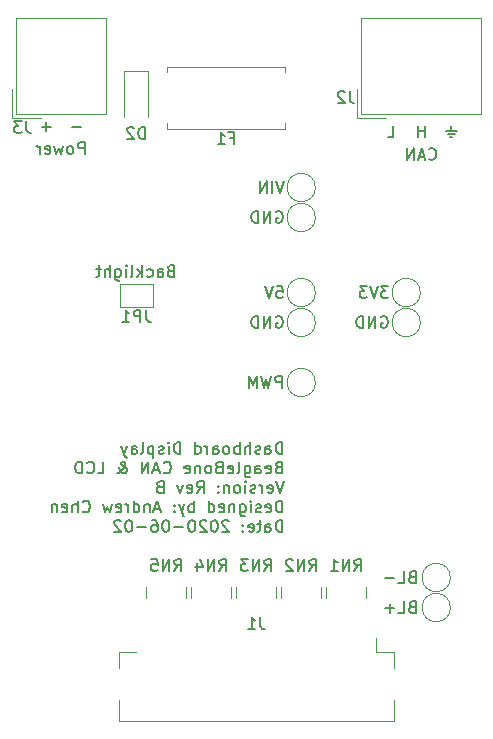
<source format=gbr>
%TF.GenerationSoftware,KiCad,Pcbnew,5.1.10*%
%TF.CreationDate,2021-06-02T18:32:35+01:00*%
%TF.ProjectId,BB_Dash_Display,42425f44-6173-4685-9f44-6973706c6179,A3*%
%TF.SameCoordinates,PX43d3480PY41672a0*%
%TF.FileFunction,Legend,Bot*%
%TF.FilePolarity,Positive*%
%FSLAX46Y46*%
G04 Gerber Fmt 4.6, Leading zero omitted, Abs format (unit mm)*
G04 Created by KiCad (PCBNEW 5.1.10) date 2021-06-02 18:32:35*
%MOMM*%
%LPD*%
G01*
G04 APERTURE LIST*
%ADD10C,0.150000*%
%ADD11C,0.120000*%
G04 APERTURE END LIST*
D10*
X43654071Y-55808571D02*
X43511214Y-55856190D01*
X43463595Y-55903809D01*
X43415976Y-55999047D01*
X43415976Y-56141904D01*
X43463595Y-56237142D01*
X43511214Y-56284761D01*
X43606452Y-56332380D01*
X43987404Y-56332380D01*
X43987404Y-55332380D01*
X43654071Y-55332380D01*
X43558833Y-55380000D01*
X43511214Y-55427619D01*
X43463595Y-55522857D01*
X43463595Y-55618095D01*
X43511214Y-55713333D01*
X43558833Y-55760952D01*
X43654071Y-55808571D01*
X43987404Y-55808571D01*
X42511214Y-56332380D02*
X42987404Y-56332380D01*
X42987404Y-55332380D01*
X42177880Y-55951428D02*
X41415976Y-55951428D01*
X41796928Y-56332380D02*
X41796928Y-55570476D01*
X43654071Y-53268571D02*
X43511214Y-53316190D01*
X43463595Y-53363809D01*
X43415976Y-53459047D01*
X43415976Y-53601904D01*
X43463595Y-53697142D01*
X43511214Y-53744761D01*
X43606452Y-53792380D01*
X43987404Y-53792380D01*
X43987404Y-52792380D01*
X43654071Y-52792380D01*
X43558833Y-52840000D01*
X43511214Y-52887619D01*
X43463595Y-52982857D01*
X43463595Y-53078095D01*
X43511214Y-53173333D01*
X43558833Y-53220952D01*
X43654071Y-53268571D01*
X43987404Y-53268571D01*
X42511214Y-53792380D02*
X42987404Y-53792380D01*
X42987404Y-52792380D01*
X42177880Y-53411428D02*
X41415976Y-53411428D01*
X15946190Y-17470380D02*
X15946190Y-16470380D01*
X15565238Y-16470380D01*
X15470000Y-16518000D01*
X15422380Y-16565619D01*
X15374761Y-16660857D01*
X15374761Y-16803714D01*
X15422380Y-16898952D01*
X15470000Y-16946571D01*
X15565238Y-16994190D01*
X15946190Y-16994190D01*
X14803333Y-17470380D02*
X14898571Y-17422761D01*
X14946190Y-17375142D01*
X14993809Y-17279904D01*
X14993809Y-16994190D01*
X14946190Y-16898952D01*
X14898571Y-16851333D01*
X14803333Y-16803714D01*
X14660476Y-16803714D01*
X14565238Y-16851333D01*
X14517619Y-16898952D01*
X14470000Y-16994190D01*
X14470000Y-17279904D01*
X14517619Y-17375142D01*
X14565238Y-17422761D01*
X14660476Y-17470380D01*
X14803333Y-17470380D01*
X14136666Y-16803714D02*
X13946190Y-17470380D01*
X13755714Y-16994190D01*
X13565238Y-17470380D01*
X13374761Y-16803714D01*
X12612857Y-17422761D02*
X12708095Y-17470380D01*
X12898571Y-17470380D01*
X12993809Y-17422761D01*
X13041428Y-17327523D01*
X13041428Y-16946571D01*
X12993809Y-16851333D01*
X12898571Y-16803714D01*
X12708095Y-16803714D01*
X12612857Y-16851333D01*
X12565238Y-16946571D01*
X12565238Y-17041809D01*
X13041428Y-17137047D01*
X12136666Y-17470380D02*
X12136666Y-16803714D01*
X12136666Y-16994190D02*
X12089047Y-16898952D01*
X12041428Y-16851333D01*
X11946190Y-16803714D01*
X11850952Y-16803714D01*
X23224761Y-27360571D02*
X23081904Y-27408190D01*
X23034285Y-27455809D01*
X22986666Y-27551047D01*
X22986666Y-27693904D01*
X23034285Y-27789142D01*
X23081904Y-27836761D01*
X23177142Y-27884380D01*
X23558095Y-27884380D01*
X23558095Y-26884380D01*
X23224761Y-26884380D01*
X23129523Y-26932000D01*
X23081904Y-26979619D01*
X23034285Y-27074857D01*
X23034285Y-27170095D01*
X23081904Y-27265333D01*
X23129523Y-27312952D01*
X23224761Y-27360571D01*
X23558095Y-27360571D01*
X22129523Y-27884380D02*
X22129523Y-27360571D01*
X22177142Y-27265333D01*
X22272380Y-27217714D01*
X22462857Y-27217714D01*
X22558095Y-27265333D01*
X22129523Y-27836761D02*
X22224761Y-27884380D01*
X22462857Y-27884380D01*
X22558095Y-27836761D01*
X22605714Y-27741523D01*
X22605714Y-27646285D01*
X22558095Y-27551047D01*
X22462857Y-27503428D01*
X22224761Y-27503428D01*
X22129523Y-27455809D01*
X21224761Y-27836761D02*
X21320000Y-27884380D01*
X21510476Y-27884380D01*
X21605714Y-27836761D01*
X21653333Y-27789142D01*
X21700952Y-27693904D01*
X21700952Y-27408190D01*
X21653333Y-27312952D01*
X21605714Y-27265333D01*
X21510476Y-27217714D01*
X21320000Y-27217714D01*
X21224761Y-27265333D01*
X20796190Y-27884380D02*
X20796190Y-26884380D01*
X20700952Y-27503428D02*
X20415238Y-27884380D01*
X20415238Y-27217714D02*
X20796190Y-27598666D01*
X19843809Y-27884380D02*
X19939047Y-27836761D01*
X19986666Y-27741523D01*
X19986666Y-26884380D01*
X19462857Y-27884380D02*
X19462857Y-27217714D01*
X19462857Y-26884380D02*
X19510476Y-26932000D01*
X19462857Y-26979619D01*
X19415238Y-26932000D01*
X19462857Y-26884380D01*
X19462857Y-26979619D01*
X18558095Y-27217714D02*
X18558095Y-28027238D01*
X18605714Y-28122476D01*
X18653333Y-28170095D01*
X18748571Y-28217714D01*
X18891428Y-28217714D01*
X18986666Y-28170095D01*
X18558095Y-27836761D02*
X18653333Y-27884380D01*
X18843809Y-27884380D01*
X18939047Y-27836761D01*
X18986666Y-27789142D01*
X19034285Y-27693904D01*
X19034285Y-27408190D01*
X18986666Y-27312952D01*
X18939047Y-27265333D01*
X18843809Y-27217714D01*
X18653333Y-27217714D01*
X18558095Y-27265333D01*
X18081904Y-27884380D02*
X18081904Y-26884380D01*
X17653333Y-27884380D02*
X17653333Y-27360571D01*
X17700952Y-27265333D01*
X17796190Y-27217714D01*
X17939047Y-27217714D01*
X18034285Y-27265333D01*
X18081904Y-27312952D01*
X17320000Y-27217714D02*
X16939047Y-27217714D01*
X17177142Y-26884380D02*
X17177142Y-27741523D01*
X17129523Y-27836761D01*
X17034285Y-27884380D01*
X16939047Y-27884380D01*
X32646761Y-37282380D02*
X32646761Y-36282380D01*
X32265809Y-36282380D01*
X32170571Y-36330000D01*
X32122952Y-36377619D01*
X32075333Y-36472857D01*
X32075333Y-36615714D01*
X32122952Y-36710952D01*
X32170571Y-36758571D01*
X32265809Y-36806190D01*
X32646761Y-36806190D01*
X31742000Y-36282380D02*
X31503904Y-37282380D01*
X31313428Y-36568095D01*
X31122952Y-37282380D01*
X30884857Y-36282380D01*
X30503904Y-37282380D02*
X30503904Y-36282380D01*
X30170571Y-36996666D01*
X29837238Y-36282380D01*
X29837238Y-37282380D01*
X41600476Y-16073380D02*
X42076666Y-16073380D01*
X42076666Y-15073380D01*
X44735714Y-16073380D02*
X44735714Y-15073380D01*
X44735714Y-15549571D02*
X44164285Y-15549571D01*
X44164285Y-16073380D02*
X44164285Y-15073380D01*
X47466190Y-15501952D02*
X46513809Y-15501952D01*
X47275714Y-15787666D02*
X46704285Y-15787666D01*
X46990000Y-15073380D02*
X46990000Y-15501952D01*
X46894761Y-16073380D02*
X47085238Y-16073380D01*
X45092857Y-17883142D02*
X45140476Y-17930761D01*
X45283333Y-17978380D01*
X45378571Y-17978380D01*
X45521428Y-17930761D01*
X45616666Y-17835523D01*
X45664285Y-17740285D01*
X45711904Y-17549809D01*
X45711904Y-17406952D01*
X45664285Y-17216476D01*
X45616666Y-17121238D01*
X45521428Y-17026000D01*
X45378571Y-16978380D01*
X45283333Y-16978380D01*
X45140476Y-17026000D01*
X45092857Y-17073619D01*
X44711904Y-17692666D02*
X44235714Y-17692666D01*
X44807142Y-17978380D02*
X44473809Y-16978380D01*
X44140476Y-17978380D01*
X43807142Y-17978380D02*
X43807142Y-16978380D01*
X43235714Y-17978380D01*
X43235714Y-16978380D01*
X13080952Y-15184428D02*
X12319047Y-15184428D01*
X12700000Y-15565380D02*
X12700000Y-14803476D01*
X15620952Y-15184428D02*
X14859047Y-15184428D01*
X32827261Y-19772380D02*
X32493928Y-20772380D01*
X32160595Y-19772380D01*
X31827261Y-20772380D02*
X31827261Y-19772380D01*
X31351071Y-20772380D02*
X31351071Y-19772380D01*
X30779642Y-20772380D01*
X30779642Y-19772380D01*
X32160595Y-22360000D02*
X32255833Y-22312380D01*
X32398690Y-22312380D01*
X32541547Y-22360000D01*
X32636785Y-22455238D01*
X32684404Y-22550476D01*
X32732023Y-22740952D01*
X32732023Y-22883809D01*
X32684404Y-23074285D01*
X32636785Y-23169523D01*
X32541547Y-23264761D01*
X32398690Y-23312380D01*
X32303452Y-23312380D01*
X32160595Y-23264761D01*
X32112976Y-23217142D01*
X32112976Y-22883809D01*
X32303452Y-22883809D01*
X31684404Y-23312380D02*
X31684404Y-22312380D01*
X31112976Y-23312380D01*
X31112976Y-22312380D01*
X30636785Y-23312380D02*
X30636785Y-22312380D01*
X30398690Y-22312380D01*
X30255833Y-22360000D01*
X30160595Y-22455238D01*
X30112976Y-22550476D01*
X30065357Y-22740952D01*
X30065357Y-22883809D01*
X30112976Y-23074285D01*
X30160595Y-23169523D01*
X30255833Y-23264761D01*
X30398690Y-23312380D01*
X30636785Y-23312380D01*
X32160595Y-31250000D02*
X32255833Y-31202380D01*
X32398690Y-31202380D01*
X32541547Y-31250000D01*
X32636785Y-31345238D01*
X32684404Y-31440476D01*
X32732023Y-31630952D01*
X32732023Y-31773809D01*
X32684404Y-31964285D01*
X32636785Y-32059523D01*
X32541547Y-32154761D01*
X32398690Y-32202380D01*
X32303452Y-32202380D01*
X32160595Y-32154761D01*
X32112976Y-32107142D01*
X32112976Y-31773809D01*
X32303452Y-31773809D01*
X31684404Y-32202380D02*
X31684404Y-31202380D01*
X31112976Y-32202380D01*
X31112976Y-31202380D01*
X30636785Y-32202380D02*
X30636785Y-31202380D01*
X30398690Y-31202380D01*
X30255833Y-31250000D01*
X30160595Y-31345238D01*
X30112976Y-31440476D01*
X30065357Y-31630952D01*
X30065357Y-31773809D01*
X30112976Y-31964285D01*
X30160595Y-32059523D01*
X30255833Y-32154761D01*
X30398690Y-32202380D01*
X30636785Y-32202380D01*
X32208214Y-28662380D02*
X32684404Y-28662380D01*
X32732023Y-29138571D01*
X32684404Y-29090952D01*
X32589166Y-29043333D01*
X32351071Y-29043333D01*
X32255833Y-29090952D01*
X32208214Y-29138571D01*
X32160595Y-29233809D01*
X32160595Y-29471904D01*
X32208214Y-29567142D01*
X32255833Y-29614761D01*
X32351071Y-29662380D01*
X32589166Y-29662380D01*
X32684404Y-29614761D01*
X32732023Y-29567142D01*
X31874880Y-28662380D02*
X31541547Y-29662380D01*
X31208214Y-28662380D01*
X41050595Y-31250000D02*
X41145833Y-31202380D01*
X41288690Y-31202380D01*
X41431547Y-31250000D01*
X41526785Y-31345238D01*
X41574404Y-31440476D01*
X41622023Y-31630952D01*
X41622023Y-31773809D01*
X41574404Y-31964285D01*
X41526785Y-32059523D01*
X41431547Y-32154761D01*
X41288690Y-32202380D01*
X41193452Y-32202380D01*
X41050595Y-32154761D01*
X41002976Y-32107142D01*
X41002976Y-31773809D01*
X41193452Y-31773809D01*
X40574404Y-32202380D02*
X40574404Y-31202380D01*
X40002976Y-32202380D01*
X40002976Y-31202380D01*
X39526785Y-32202380D02*
X39526785Y-31202380D01*
X39288690Y-31202380D01*
X39145833Y-31250000D01*
X39050595Y-31345238D01*
X39002976Y-31440476D01*
X38955357Y-31630952D01*
X38955357Y-31773809D01*
X39002976Y-31964285D01*
X39050595Y-32059523D01*
X39145833Y-32154761D01*
X39288690Y-32202380D01*
X39526785Y-32202380D01*
X41669642Y-28662380D02*
X41050595Y-28662380D01*
X41383928Y-29043333D01*
X41241071Y-29043333D01*
X41145833Y-29090952D01*
X41098214Y-29138571D01*
X41050595Y-29233809D01*
X41050595Y-29471904D01*
X41098214Y-29567142D01*
X41145833Y-29614761D01*
X41241071Y-29662380D01*
X41526785Y-29662380D01*
X41622023Y-29614761D01*
X41669642Y-29567142D01*
X40764880Y-28662380D02*
X40431547Y-29662380D01*
X40098214Y-28662380D01*
X39860119Y-28662380D02*
X39241071Y-28662380D01*
X39574404Y-29043333D01*
X39431547Y-29043333D01*
X39336309Y-29090952D01*
X39288690Y-29138571D01*
X39241071Y-29233809D01*
X39241071Y-29471904D01*
X39288690Y-29567142D01*
X39336309Y-29614761D01*
X39431547Y-29662380D01*
X39717261Y-29662380D01*
X39812500Y-29614761D01*
X39860119Y-29567142D01*
X32684404Y-42872380D02*
X32684404Y-41872380D01*
X32446309Y-41872380D01*
X32303452Y-41920000D01*
X32208214Y-42015238D01*
X32160595Y-42110476D01*
X32112976Y-42300952D01*
X32112976Y-42443809D01*
X32160595Y-42634285D01*
X32208214Y-42729523D01*
X32303452Y-42824761D01*
X32446309Y-42872380D01*
X32684404Y-42872380D01*
X31255833Y-42872380D02*
X31255833Y-42348571D01*
X31303452Y-42253333D01*
X31398690Y-42205714D01*
X31589166Y-42205714D01*
X31684404Y-42253333D01*
X31255833Y-42824761D02*
X31351071Y-42872380D01*
X31589166Y-42872380D01*
X31684404Y-42824761D01*
X31732023Y-42729523D01*
X31732023Y-42634285D01*
X31684404Y-42539047D01*
X31589166Y-42491428D01*
X31351071Y-42491428D01*
X31255833Y-42443809D01*
X30827261Y-42824761D02*
X30732023Y-42872380D01*
X30541547Y-42872380D01*
X30446309Y-42824761D01*
X30398690Y-42729523D01*
X30398690Y-42681904D01*
X30446309Y-42586666D01*
X30541547Y-42539047D01*
X30684404Y-42539047D01*
X30779642Y-42491428D01*
X30827261Y-42396190D01*
X30827261Y-42348571D01*
X30779642Y-42253333D01*
X30684404Y-42205714D01*
X30541547Y-42205714D01*
X30446309Y-42253333D01*
X29970119Y-42872380D02*
X29970119Y-41872380D01*
X29541547Y-42872380D02*
X29541547Y-42348571D01*
X29589166Y-42253333D01*
X29684404Y-42205714D01*
X29827261Y-42205714D01*
X29922500Y-42253333D01*
X29970119Y-42300952D01*
X29065357Y-42872380D02*
X29065357Y-41872380D01*
X29065357Y-42253333D02*
X28970119Y-42205714D01*
X28779642Y-42205714D01*
X28684404Y-42253333D01*
X28636785Y-42300952D01*
X28589166Y-42396190D01*
X28589166Y-42681904D01*
X28636785Y-42777142D01*
X28684404Y-42824761D01*
X28779642Y-42872380D01*
X28970119Y-42872380D01*
X29065357Y-42824761D01*
X28017738Y-42872380D02*
X28112976Y-42824761D01*
X28160595Y-42777142D01*
X28208214Y-42681904D01*
X28208214Y-42396190D01*
X28160595Y-42300952D01*
X28112976Y-42253333D01*
X28017738Y-42205714D01*
X27874880Y-42205714D01*
X27779642Y-42253333D01*
X27732023Y-42300952D01*
X27684404Y-42396190D01*
X27684404Y-42681904D01*
X27732023Y-42777142D01*
X27779642Y-42824761D01*
X27874880Y-42872380D01*
X28017738Y-42872380D01*
X26827261Y-42872380D02*
X26827261Y-42348571D01*
X26874880Y-42253333D01*
X26970119Y-42205714D01*
X27160595Y-42205714D01*
X27255833Y-42253333D01*
X26827261Y-42824761D02*
X26922500Y-42872380D01*
X27160595Y-42872380D01*
X27255833Y-42824761D01*
X27303452Y-42729523D01*
X27303452Y-42634285D01*
X27255833Y-42539047D01*
X27160595Y-42491428D01*
X26922500Y-42491428D01*
X26827261Y-42443809D01*
X26351071Y-42872380D02*
X26351071Y-42205714D01*
X26351071Y-42396190D02*
X26303452Y-42300952D01*
X26255833Y-42253333D01*
X26160595Y-42205714D01*
X26065357Y-42205714D01*
X25303452Y-42872380D02*
X25303452Y-41872380D01*
X25303452Y-42824761D02*
X25398690Y-42872380D01*
X25589166Y-42872380D01*
X25684404Y-42824761D01*
X25732023Y-42777142D01*
X25779642Y-42681904D01*
X25779642Y-42396190D01*
X25732023Y-42300952D01*
X25684404Y-42253333D01*
X25589166Y-42205714D01*
X25398690Y-42205714D01*
X25303452Y-42253333D01*
X24065357Y-42872380D02*
X24065357Y-41872380D01*
X23827261Y-41872380D01*
X23684404Y-41920000D01*
X23589166Y-42015238D01*
X23541547Y-42110476D01*
X23493928Y-42300952D01*
X23493928Y-42443809D01*
X23541547Y-42634285D01*
X23589166Y-42729523D01*
X23684404Y-42824761D01*
X23827261Y-42872380D01*
X24065357Y-42872380D01*
X23065357Y-42872380D02*
X23065357Y-42205714D01*
X23065357Y-41872380D02*
X23112976Y-41920000D01*
X23065357Y-41967619D01*
X23017738Y-41920000D01*
X23065357Y-41872380D01*
X23065357Y-41967619D01*
X22636785Y-42824761D02*
X22541547Y-42872380D01*
X22351071Y-42872380D01*
X22255833Y-42824761D01*
X22208214Y-42729523D01*
X22208214Y-42681904D01*
X22255833Y-42586666D01*
X22351071Y-42539047D01*
X22493928Y-42539047D01*
X22589166Y-42491428D01*
X22636785Y-42396190D01*
X22636785Y-42348571D01*
X22589166Y-42253333D01*
X22493928Y-42205714D01*
X22351071Y-42205714D01*
X22255833Y-42253333D01*
X21779642Y-42205714D02*
X21779642Y-43205714D01*
X21779642Y-42253333D02*
X21684404Y-42205714D01*
X21493928Y-42205714D01*
X21398690Y-42253333D01*
X21351071Y-42300952D01*
X21303452Y-42396190D01*
X21303452Y-42681904D01*
X21351071Y-42777142D01*
X21398690Y-42824761D01*
X21493928Y-42872380D01*
X21684404Y-42872380D01*
X21779642Y-42824761D01*
X20732023Y-42872380D02*
X20827261Y-42824761D01*
X20874880Y-42729523D01*
X20874880Y-41872380D01*
X19922500Y-42872380D02*
X19922500Y-42348571D01*
X19970119Y-42253333D01*
X20065357Y-42205714D01*
X20255833Y-42205714D01*
X20351071Y-42253333D01*
X19922500Y-42824761D02*
X20017738Y-42872380D01*
X20255833Y-42872380D01*
X20351071Y-42824761D01*
X20398690Y-42729523D01*
X20398690Y-42634285D01*
X20351071Y-42539047D01*
X20255833Y-42491428D01*
X20017738Y-42491428D01*
X19922500Y-42443809D01*
X19541547Y-42205714D02*
X19303452Y-42872380D01*
X19065357Y-42205714D02*
X19303452Y-42872380D01*
X19398690Y-43110476D01*
X19446309Y-43158095D01*
X19541547Y-43205714D01*
X32351071Y-43998571D02*
X32208214Y-44046190D01*
X32160595Y-44093809D01*
X32112976Y-44189047D01*
X32112976Y-44331904D01*
X32160595Y-44427142D01*
X32208214Y-44474761D01*
X32303452Y-44522380D01*
X32684404Y-44522380D01*
X32684404Y-43522380D01*
X32351071Y-43522380D01*
X32255833Y-43570000D01*
X32208214Y-43617619D01*
X32160595Y-43712857D01*
X32160595Y-43808095D01*
X32208214Y-43903333D01*
X32255833Y-43950952D01*
X32351071Y-43998571D01*
X32684404Y-43998571D01*
X31303452Y-44474761D02*
X31398690Y-44522380D01*
X31589166Y-44522380D01*
X31684404Y-44474761D01*
X31732023Y-44379523D01*
X31732023Y-43998571D01*
X31684404Y-43903333D01*
X31589166Y-43855714D01*
X31398690Y-43855714D01*
X31303452Y-43903333D01*
X31255833Y-43998571D01*
X31255833Y-44093809D01*
X31732023Y-44189047D01*
X30398690Y-44522380D02*
X30398690Y-43998571D01*
X30446309Y-43903333D01*
X30541547Y-43855714D01*
X30732023Y-43855714D01*
X30827261Y-43903333D01*
X30398690Y-44474761D02*
X30493928Y-44522380D01*
X30732023Y-44522380D01*
X30827261Y-44474761D01*
X30874880Y-44379523D01*
X30874880Y-44284285D01*
X30827261Y-44189047D01*
X30732023Y-44141428D01*
X30493928Y-44141428D01*
X30398690Y-44093809D01*
X29493928Y-43855714D02*
X29493928Y-44665238D01*
X29541547Y-44760476D01*
X29589166Y-44808095D01*
X29684404Y-44855714D01*
X29827261Y-44855714D01*
X29922500Y-44808095D01*
X29493928Y-44474761D02*
X29589166Y-44522380D01*
X29779642Y-44522380D01*
X29874880Y-44474761D01*
X29922500Y-44427142D01*
X29970119Y-44331904D01*
X29970119Y-44046190D01*
X29922500Y-43950952D01*
X29874880Y-43903333D01*
X29779642Y-43855714D01*
X29589166Y-43855714D01*
X29493928Y-43903333D01*
X28874880Y-44522380D02*
X28970119Y-44474761D01*
X29017738Y-44379523D01*
X29017738Y-43522380D01*
X28112976Y-44474761D02*
X28208214Y-44522380D01*
X28398690Y-44522380D01*
X28493928Y-44474761D01*
X28541547Y-44379523D01*
X28541547Y-43998571D01*
X28493928Y-43903333D01*
X28398690Y-43855714D01*
X28208214Y-43855714D01*
X28112976Y-43903333D01*
X28065357Y-43998571D01*
X28065357Y-44093809D01*
X28541547Y-44189047D01*
X27303452Y-43998571D02*
X27160595Y-44046190D01*
X27112976Y-44093809D01*
X27065357Y-44189047D01*
X27065357Y-44331904D01*
X27112976Y-44427142D01*
X27160595Y-44474761D01*
X27255833Y-44522380D01*
X27636785Y-44522380D01*
X27636785Y-43522380D01*
X27303452Y-43522380D01*
X27208214Y-43570000D01*
X27160595Y-43617619D01*
X27112976Y-43712857D01*
X27112976Y-43808095D01*
X27160595Y-43903333D01*
X27208214Y-43950952D01*
X27303452Y-43998571D01*
X27636785Y-43998571D01*
X26493928Y-44522380D02*
X26589166Y-44474761D01*
X26636785Y-44427142D01*
X26684404Y-44331904D01*
X26684404Y-44046190D01*
X26636785Y-43950952D01*
X26589166Y-43903333D01*
X26493928Y-43855714D01*
X26351071Y-43855714D01*
X26255833Y-43903333D01*
X26208214Y-43950952D01*
X26160595Y-44046190D01*
X26160595Y-44331904D01*
X26208214Y-44427142D01*
X26255833Y-44474761D01*
X26351071Y-44522380D01*
X26493928Y-44522380D01*
X25732023Y-43855714D02*
X25732023Y-44522380D01*
X25732023Y-43950952D02*
X25684404Y-43903333D01*
X25589166Y-43855714D01*
X25446309Y-43855714D01*
X25351071Y-43903333D01*
X25303452Y-43998571D01*
X25303452Y-44522380D01*
X24446309Y-44474761D02*
X24541547Y-44522380D01*
X24732023Y-44522380D01*
X24827261Y-44474761D01*
X24874880Y-44379523D01*
X24874880Y-43998571D01*
X24827261Y-43903333D01*
X24732023Y-43855714D01*
X24541547Y-43855714D01*
X24446309Y-43903333D01*
X24398690Y-43998571D01*
X24398690Y-44093809D01*
X24874880Y-44189047D01*
X22636785Y-44427142D02*
X22684404Y-44474761D01*
X22827261Y-44522380D01*
X22922500Y-44522380D01*
X23065357Y-44474761D01*
X23160595Y-44379523D01*
X23208214Y-44284285D01*
X23255833Y-44093809D01*
X23255833Y-43950952D01*
X23208214Y-43760476D01*
X23160595Y-43665238D01*
X23065357Y-43570000D01*
X22922500Y-43522380D01*
X22827261Y-43522380D01*
X22684404Y-43570000D01*
X22636785Y-43617619D01*
X22255833Y-44236666D02*
X21779642Y-44236666D01*
X22351071Y-44522380D02*
X22017738Y-43522380D01*
X21684404Y-44522380D01*
X21351071Y-44522380D02*
X21351071Y-43522380D01*
X20779642Y-44522380D01*
X20779642Y-43522380D01*
X18732023Y-44522380D02*
X18779642Y-44522380D01*
X18874880Y-44474761D01*
X19017738Y-44331904D01*
X19255833Y-44046190D01*
X19351071Y-43903333D01*
X19398690Y-43760476D01*
X19398690Y-43665238D01*
X19351071Y-43570000D01*
X19255833Y-43522380D01*
X19208214Y-43522380D01*
X19112976Y-43570000D01*
X19065357Y-43665238D01*
X19065357Y-43712857D01*
X19112976Y-43808095D01*
X19160595Y-43855714D01*
X19446309Y-44046190D01*
X19493928Y-44093809D01*
X19541547Y-44189047D01*
X19541547Y-44331904D01*
X19493928Y-44427142D01*
X19446309Y-44474761D01*
X19351071Y-44522380D01*
X19208214Y-44522380D01*
X19112976Y-44474761D01*
X19065357Y-44427142D01*
X18922500Y-44236666D01*
X18874880Y-44093809D01*
X18874880Y-43998571D01*
X17065357Y-44522380D02*
X17541547Y-44522380D01*
X17541547Y-43522380D01*
X16160595Y-44427142D02*
X16208214Y-44474761D01*
X16351071Y-44522380D01*
X16446309Y-44522380D01*
X16589166Y-44474761D01*
X16684404Y-44379523D01*
X16732023Y-44284285D01*
X16779642Y-44093809D01*
X16779642Y-43950952D01*
X16732023Y-43760476D01*
X16684404Y-43665238D01*
X16589166Y-43570000D01*
X16446309Y-43522380D01*
X16351071Y-43522380D01*
X16208214Y-43570000D01*
X16160595Y-43617619D01*
X15732023Y-44522380D02*
X15732023Y-43522380D01*
X15493928Y-43522380D01*
X15351071Y-43570000D01*
X15255833Y-43665238D01*
X15208214Y-43760476D01*
X15160595Y-43950952D01*
X15160595Y-44093809D01*
X15208214Y-44284285D01*
X15255833Y-44379523D01*
X15351071Y-44474761D01*
X15493928Y-44522380D01*
X15732023Y-44522380D01*
X32827261Y-45172380D02*
X32493928Y-46172380D01*
X32160595Y-45172380D01*
X31446309Y-46124761D02*
X31541547Y-46172380D01*
X31732023Y-46172380D01*
X31827261Y-46124761D01*
X31874880Y-46029523D01*
X31874880Y-45648571D01*
X31827261Y-45553333D01*
X31732023Y-45505714D01*
X31541547Y-45505714D01*
X31446309Y-45553333D01*
X31398690Y-45648571D01*
X31398690Y-45743809D01*
X31874880Y-45839047D01*
X30970119Y-46172380D02*
X30970119Y-45505714D01*
X30970119Y-45696190D02*
X30922500Y-45600952D01*
X30874880Y-45553333D01*
X30779642Y-45505714D01*
X30684404Y-45505714D01*
X30398690Y-46124761D02*
X30303452Y-46172380D01*
X30112976Y-46172380D01*
X30017738Y-46124761D01*
X29970119Y-46029523D01*
X29970119Y-45981904D01*
X30017738Y-45886666D01*
X30112976Y-45839047D01*
X30255833Y-45839047D01*
X30351071Y-45791428D01*
X30398690Y-45696190D01*
X30398690Y-45648571D01*
X30351071Y-45553333D01*
X30255833Y-45505714D01*
X30112976Y-45505714D01*
X30017738Y-45553333D01*
X29541547Y-46172380D02*
X29541547Y-45505714D01*
X29541547Y-45172380D02*
X29589166Y-45220000D01*
X29541547Y-45267619D01*
X29493928Y-45220000D01*
X29541547Y-45172380D01*
X29541547Y-45267619D01*
X28922500Y-46172380D02*
X29017738Y-46124761D01*
X29065357Y-46077142D01*
X29112976Y-45981904D01*
X29112976Y-45696190D01*
X29065357Y-45600952D01*
X29017738Y-45553333D01*
X28922500Y-45505714D01*
X28779642Y-45505714D01*
X28684404Y-45553333D01*
X28636785Y-45600952D01*
X28589166Y-45696190D01*
X28589166Y-45981904D01*
X28636785Y-46077142D01*
X28684404Y-46124761D01*
X28779642Y-46172380D01*
X28922500Y-46172380D01*
X28160595Y-45505714D02*
X28160595Y-46172380D01*
X28160595Y-45600952D02*
X28112976Y-45553333D01*
X28017738Y-45505714D01*
X27874880Y-45505714D01*
X27779642Y-45553333D01*
X27732023Y-45648571D01*
X27732023Y-46172380D01*
X27255833Y-46077142D02*
X27208214Y-46124761D01*
X27255833Y-46172380D01*
X27303452Y-46124761D01*
X27255833Y-46077142D01*
X27255833Y-46172380D01*
X27255833Y-45553333D02*
X27208214Y-45600952D01*
X27255833Y-45648571D01*
X27303452Y-45600952D01*
X27255833Y-45553333D01*
X27255833Y-45648571D01*
X25446309Y-46172380D02*
X25779642Y-45696190D01*
X26017738Y-46172380D02*
X26017738Y-45172380D01*
X25636785Y-45172380D01*
X25541547Y-45220000D01*
X25493928Y-45267619D01*
X25446309Y-45362857D01*
X25446309Y-45505714D01*
X25493928Y-45600952D01*
X25541547Y-45648571D01*
X25636785Y-45696190D01*
X26017738Y-45696190D01*
X24636785Y-46124761D02*
X24732023Y-46172380D01*
X24922500Y-46172380D01*
X25017738Y-46124761D01*
X25065357Y-46029523D01*
X25065357Y-45648571D01*
X25017738Y-45553333D01*
X24922500Y-45505714D01*
X24732023Y-45505714D01*
X24636785Y-45553333D01*
X24589166Y-45648571D01*
X24589166Y-45743809D01*
X25065357Y-45839047D01*
X24255833Y-45505714D02*
X24017738Y-46172380D01*
X23779642Y-45505714D01*
X22303452Y-45648571D02*
X22160595Y-45696190D01*
X22112976Y-45743809D01*
X22065357Y-45839047D01*
X22065357Y-45981904D01*
X22112976Y-46077142D01*
X22160595Y-46124761D01*
X22255833Y-46172380D01*
X22636785Y-46172380D01*
X22636785Y-45172380D01*
X22303452Y-45172380D01*
X22208214Y-45220000D01*
X22160595Y-45267619D01*
X22112976Y-45362857D01*
X22112976Y-45458095D01*
X22160595Y-45553333D01*
X22208214Y-45600952D01*
X22303452Y-45648571D01*
X22636785Y-45648571D01*
X32684404Y-47822380D02*
X32684404Y-46822380D01*
X32446309Y-46822380D01*
X32303452Y-46870000D01*
X32208214Y-46965238D01*
X32160595Y-47060476D01*
X32112976Y-47250952D01*
X32112976Y-47393809D01*
X32160595Y-47584285D01*
X32208214Y-47679523D01*
X32303452Y-47774761D01*
X32446309Y-47822380D01*
X32684404Y-47822380D01*
X31303452Y-47774761D02*
X31398690Y-47822380D01*
X31589166Y-47822380D01*
X31684404Y-47774761D01*
X31732023Y-47679523D01*
X31732023Y-47298571D01*
X31684404Y-47203333D01*
X31589166Y-47155714D01*
X31398690Y-47155714D01*
X31303452Y-47203333D01*
X31255833Y-47298571D01*
X31255833Y-47393809D01*
X31732023Y-47489047D01*
X30874880Y-47774761D02*
X30779642Y-47822380D01*
X30589166Y-47822380D01*
X30493928Y-47774761D01*
X30446309Y-47679523D01*
X30446309Y-47631904D01*
X30493928Y-47536666D01*
X30589166Y-47489047D01*
X30732023Y-47489047D01*
X30827261Y-47441428D01*
X30874880Y-47346190D01*
X30874880Y-47298571D01*
X30827261Y-47203333D01*
X30732023Y-47155714D01*
X30589166Y-47155714D01*
X30493928Y-47203333D01*
X30017738Y-47822380D02*
X30017738Y-47155714D01*
X30017738Y-46822380D02*
X30065357Y-46870000D01*
X30017738Y-46917619D01*
X29970119Y-46870000D01*
X30017738Y-46822380D01*
X30017738Y-46917619D01*
X29112976Y-47155714D02*
X29112976Y-47965238D01*
X29160595Y-48060476D01*
X29208214Y-48108095D01*
X29303452Y-48155714D01*
X29446309Y-48155714D01*
X29541547Y-48108095D01*
X29112976Y-47774761D02*
X29208214Y-47822380D01*
X29398690Y-47822380D01*
X29493928Y-47774761D01*
X29541547Y-47727142D01*
X29589166Y-47631904D01*
X29589166Y-47346190D01*
X29541547Y-47250952D01*
X29493928Y-47203333D01*
X29398690Y-47155714D01*
X29208214Y-47155714D01*
X29112976Y-47203333D01*
X28636785Y-47155714D02*
X28636785Y-47822380D01*
X28636785Y-47250952D02*
X28589166Y-47203333D01*
X28493928Y-47155714D01*
X28351071Y-47155714D01*
X28255833Y-47203333D01*
X28208214Y-47298571D01*
X28208214Y-47822380D01*
X27351071Y-47774761D02*
X27446309Y-47822380D01*
X27636785Y-47822380D01*
X27732023Y-47774761D01*
X27779642Y-47679523D01*
X27779642Y-47298571D01*
X27732023Y-47203333D01*
X27636785Y-47155714D01*
X27446309Y-47155714D01*
X27351071Y-47203333D01*
X27303452Y-47298571D01*
X27303452Y-47393809D01*
X27779642Y-47489047D01*
X26446309Y-47822380D02*
X26446309Y-46822380D01*
X26446309Y-47774761D02*
X26541547Y-47822380D01*
X26732023Y-47822380D01*
X26827261Y-47774761D01*
X26874880Y-47727142D01*
X26922500Y-47631904D01*
X26922500Y-47346190D01*
X26874880Y-47250952D01*
X26827261Y-47203333D01*
X26732023Y-47155714D01*
X26541547Y-47155714D01*
X26446309Y-47203333D01*
X25208214Y-47822380D02*
X25208214Y-46822380D01*
X25208214Y-47203333D02*
X25112976Y-47155714D01*
X24922500Y-47155714D01*
X24827261Y-47203333D01*
X24779642Y-47250952D01*
X24732023Y-47346190D01*
X24732023Y-47631904D01*
X24779642Y-47727142D01*
X24827261Y-47774761D01*
X24922500Y-47822380D01*
X25112976Y-47822380D01*
X25208214Y-47774761D01*
X24398690Y-47155714D02*
X24160595Y-47822380D01*
X23922500Y-47155714D02*
X24160595Y-47822380D01*
X24255833Y-48060476D01*
X24303452Y-48108095D01*
X24398690Y-48155714D01*
X23541547Y-47727142D02*
X23493928Y-47774761D01*
X23541547Y-47822380D01*
X23589166Y-47774761D01*
X23541547Y-47727142D01*
X23541547Y-47822380D01*
X23541547Y-47203333D02*
X23493928Y-47250952D01*
X23541547Y-47298571D01*
X23589166Y-47250952D01*
X23541547Y-47203333D01*
X23541547Y-47298571D01*
X22351071Y-47536666D02*
X21874880Y-47536666D01*
X22446309Y-47822380D02*
X22112976Y-46822380D01*
X21779642Y-47822380D01*
X21446309Y-47155714D02*
X21446309Y-47822380D01*
X21446309Y-47250952D02*
X21398690Y-47203333D01*
X21303452Y-47155714D01*
X21160595Y-47155714D01*
X21065357Y-47203333D01*
X21017738Y-47298571D01*
X21017738Y-47822380D01*
X20112976Y-47822380D02*
X20112976Y-46822380D01*
X20112976Y-47774761D02*
X20208214Y-47822380D01*
X20398690Y-47822380D01*
X20493928Y-47774761D01*
X20541547Y-47727142D01*
X20589166Y-47631904D01*
X20589166Y-47346190D01*
X20541547Y-47250952D01*
X20493928Y-47203333D01*
X20398690Y-47155714D01*
X20208214Y-47155714D01*
X20112976Y-47203333D01*
X19636785Y-47822380D02*
X19636785Y-47155714D01*
X19636785Y-47346190D02*
X19589166Y-47250952D01*
X19541547Y-47203333D01*
X19446309Y-47155714D01*
X19351071Y-47155714D01*
X18636785Y-47774761D02*
X18732023Y-47822380D01*
X18922500Y-47822380D01*
X19017738Y-47774761D01*
X19065357Y-47679523D01*
X19065357Y-47298571D01*
X19017738Y-47203333D01*
X18922500Y-47155714D01*
X18732023Y-47155714D01*
X18636785Y-47203333D01*
X18589166Y-47298571D01*
X18589166Y-47393809D01*
X19065357Y-47489047D01*
X18255833Y-47155714D02*
X18065357Y-47822380D01*
X17874880Y-47346190D01*
X17684404Y-47822380D01*
X17493928Y-47155714D01*
X15779642Y-47727142D02*
X15827261Y-47774761D01*
X15970119Y-47822380D01*
X16065357Y-47822380D01*
X16208214Y-47774761D01*
X16303452Y-47679523D01*
X16351071Y-47584285D01*
X16398690Y-47393809D01*
X16398690Y-47250952D01*
X16351071Y-47060476D01*
X16303452Y-46965238D01*
X16208214Y-46870000D01*
X16065357Y-46822380D01*
X15970119Y-46822380D01*
X15827261Y-46870000D01*
X15779642Y-46917619D01*
X15351071Y-47822380D02*
X15351071Y-46822380D01*
X14922500Y-47822380D02*
X14922500Y-47298571D01*
X14970119Y-47203333D01*
X15065357Y-47155714D01*
X15208214Y-47155714D01*
X15303452Y-47203333D01*
X15351071Y-47250952D01*
X14065357Y-47774761D02*
X14160595Y-47822380D01*
X14351071Y-47822380D01*
X14446309Y-47774761D01*
X14493928Y-47679523D01*
X14493928Y-47298571D01*
X14446309Y-47203333D01*
X14351071Y-47155714D01*
X14160595Y-47155714D01*
X14065357Y-47203333D01*
X14017738Y-47298571D01*
X14017738Y-47393809D01*
X14493928Y-47489047D01*
X13589166Y-47155714D02*
X13589166Y-47822380D01*
X13589166Y-47250952D02*
X13541547Y-47203333D01*
X13446309Y-47155714D01*
X13303452Y-47155714D01*
X13208214Y-47203333D01*
X13160595Y-47298571D01*
X13160595Y-47822380D01*
X32684404Y-49472380D02*
X32684404Y-48472380D01*
X32446309Y-48472380D01*
X32303452Y-48520000D01*
X32208214Y-48615238D01*
X32160595Y-48710476D01*
X32112976Y-48900952D01*
X32112976Y-49043809D01*
X32160595Y-49234285D01*
X32208214Y-49329523D01*
X32303452Y-49424761D01*
X32446309Y-49472380D01*
X32684404Y-49472380D01*
X31255833Y-49472380D02*
X31255833Y-48948571D01*
X31303452Y-48853333D01*
X31398690Y-48805714D01*
X31589166Y-48805714D01*
X31684404Y-48853333D01*
X31255833Y-49424761D02*
X31351071Y-49472380D01*
X31589166Y-49472380D01*
X31684404Y-49424761D01*
X31732023Y-49329523D01*
X31732023Y-49234285D01*
X31684404Y-49139047D01*
X31589166Y-49091428D01*
X31351071Y-49091428D01*
X31255833Y-49043809D01*
X30922500Y-48805714D02*
X30541547Y-48805714D01*
X30779642Y-48472380D02*
X30779642Y-49329523D01*
X30732023Y-49424761D01*
X30636785Y-49472380D01*
X30541547Y-49472380D01*
X29827261Y-49424761D02*
X29922500Y-49472380D01*
X30112976Y-49472380D01*
X30208214Y-49424761D01*
X30255833Y-49329523D01*
X30255833Y-48948571D01*
X30208214Y-48853333D01*
X30112976Y-48805714D01*
X29922500Y-48805714D01*
X29827261Y-48853333D01*
X29779642Y-48948571D01*
X29779642Y-49043809D01*
X30255833Y-49139047D01*
X29351071Y-49377142D02*
X29303452Y-49424761D01*
X29351071Y-49472380D01*
X29398690Y-49424761D01*
X29351071Y-49377142D01*
X29351071Y-49472380D01*
X29351071Y-48853333D02*
X29303452Y-48900952D01*
X29351071Y-48948571D01*
X29398690Y-48900952D01*
X29351071Y-48853333D01*
X29351071Y-48948571D01*
X28160595Y-48567619D02*
X28112976Y-48520000D01*
X28017738Y-48472380D01*
X27779642Y-48472380D01*
X27684404Y-48520000D01*
X27636785Y-48567619D01*
X27589166Y-48662857D01*
X27589166Y-48758095D01*
X27636785Y-48900952D01*
X28208214Y-49472380D01*
X27589166Y-49472380D01*
X26970119Y-48472380D02*
X26874880Y-48472380D01*
X26779642Y-48520000D01*
X26732023Y-48567619D01*
X26684404Y-48662857D01*
X26636785Y-48853333D01*
X26636785Y-49091428D01*
X26684404Y-49281904D01*
X26732023Y-49377142D01*
X26779642Y-49424761D01*
X26874880Y-49472380D01*
X26970119Y-49472380D01*
X27065357Y-49424761D01*
X27112976Y-49377142D01*
X27160595Y-49281904D01*
X27208214Y-49091428D01*
X27208214Y-48853333D01*
X27160595Y-48662857D01*
X27112976Y-48567619D01*
X27065357Y-48520000D01*
X26970119Y-48472380D01*
X26255833Y-48567619D02*
X26208214Y-48520000D01*
X26112976Y-48472380D01*
X25874880Y-48472380D01*
X25779642Y-48520000D01*
X25732023Y-48567619D01*
X25684404Y-48662857D01*
X25684404Y-48758095D01*
X25732023Y-48900952D01*
X26303452Y-49472380D01*
X25684404Y-49472380D01*
X25065357Y-48472380D02*
X24970119Y-48472380D01*
X24874880Y-48520000D01*
X24827261Y-48567619D01*
X24779642Y-48662857D01*
X24732023Y-48853333D01*
X24732023Y-49091428D01*
X24779642Y-49281904D01*
X24827261Y-49377142D01*
X24874880Y-49424761D01*
X24970119Y-49472380D01*
X25065357Y-49472380D01*
X25160595Y-49424761D01*
X25208214Y-49377142D01*
X25255833Y-49281904D01*
X25303452Y-49091428D01*
X25303452Y-48853333D01*
X25255833Y-48662857D01*
X25208214Y-48567619D01*
X25160595Y-48520000D01*
X25065357Y-48472380D01*
X24303452Y-49091428D02*
X23541547Y-49091428D01*
X22874880Y-48472380D02*
X22779642Y-48472380D01*
X22684404Y-48520000D01*
X22636785Y-48567619D01*
X22589166Y-48662857D01*
X22541547Y-48853333D01*
X22541547Y-49091428D01*
X22589166Y-49281904D01*
X22636785Y-49377142D01*
X22684404Y-49424761D01*
X22779642Y-49472380D01*
X22874880Y-49472380D01*
X22970119Y-49424761D01*
X23017738Y-49377142D01*
X23065357Y-49281904D01*
X23112976Y-49091428D01*
X23112976Y-48853333D01*
X23065357Y-48662857D01*
X23017738Y-48567619D01*
X22970119Y-48520000D01*
X22874880Y-48472380D01*
X21684404Y-48472380D02*
X21874880Y-48472380D01*
X21970119Y-48520000D01*
X22017738Y-48567619D01*
X22112976Y-48710476D01*
X22160595Y-48900952D01*
X22160595Y-49281904D01*
X22112976Y-49377142D01*
X22065357Y-49424761D01*
X21970119Y-49472380D01*
X21779642Y-49472380D01*
X21684404Y-49424761D01*
X21636785Y-49377142D01*
X21589166Y-49281904D01*
X21589166Y-49043809D01*
X21636785Y-48948571D01*
X21684404Y-48900952D01*
X21779642Y-48853333D01*
X21970119Y-48853333D01*
X22065357Y-48900952D01*
X22112976Y-48948571D01*
X22160595Y-49043809D01*
X21160595Y-49091428D02*
X20398690Y-49091428D01*
X19732023Y-48472380D02*
X19636785Y-48472380D01*
X19541547Y-48520000D01*
X19493928Y-48567619D01*
X19446309Y-48662857D01*
X19398690Y-48853333D01*
X19398690Y-49091428D01*
X19446309Y-49281904D01*
X19493928Y-49377142D01*
X19541547Y-49424761D01*
X19636785Y-49472380D01*
X19732023Y-49472380D01*
X19827261Y-49424761D01*
X19874880Y-49377142D01*
X19922500Y-49281904D01*
X19970119Y-49091428D01*
X19970119Y-48853333D01*
X19922500Y-48662857D01*
X19874880Y-48567619D01*
X19827261Y-48520000D01*
X19732023Y-48472380D01*
X19017738Y-48567619D02*
X18970119Y-48520000D01*
X18874880Y-48472380D01*
X18636785Y-48472380D01*
X18541547Y-48520000D01*
X18493928Y-48567619D01*
X18446309Y-48662857D01*
X18446309Y-48758095D01*
X18493928Y-48900952D01*
X19065357Y-49472380D01*
X18446309Y-49472380D01*
D11*
%TO.C,F1*%
X22965000Y-15325000D02*
X22965000Y-14865000D01*
X22965000Y-15325000D02*
X32915000Y-15325000D01*
X32915000Y-15325000D02*
X32915000Y-14865000D01*
X22965000Y-10535000D02*
X22965000Y-10075000D01*
X22965000Y-10075000D02*
X32915000Y-10075000D01*
X32915000Y-10075000D02*
X32915000Y-10535000D01*
%TO.C,RN5*%
X24540000Y-54110000D02*
X24540000Y-55110000D01*
X21180000Y-54110000D02*
X21180000Y-55110000D01*
%TO.C,RN4*%
X28350000Y-54110000D02*
X28350000Y-55110000D01*
X24990000Y-54110000D02*
X24990000Y-55110000D01*
%TO.C,RN3*%
X32160000Y-54110000D02*
X32160000Y-55110000D01*
X28800000Y-54110000D02*
X28800000Y-55110000D01*
%TO.C,RN2*%
X35970000Y-54110000D02*
X35970000Y-55110000D01*
X32610000Y-54110000D02*
X32610000Y-55110000D01*
%TO.C,RN1*%
X39780000Y-54110000D02*
X39780000Y-55110000D01*
X36420000Y-54110000D02*
X36420000Y-55110000D01*
%TO.C,JP1*%
X18920000Y-30464000D02*
X21720000Y-30464000D01*
X21720000Y-30464000D02*
X21720000Y-28464000D01*
X21720000Y-28464000D02*
X18920000Y-28464000D01*
X18920000Y-28464000D02*
X18920000Y-30464000D01*
%TO.C,TP9*%
X35490000Y-22860000D02*
G75*
G03*
X35490000Y-22860000I-1200000J0D01*
G01*
%TO.C,TP6*%
X35490000Y-31750000D02*
G75*
G03*
X35490000Y-31750000I-1200000J0D01*
G01*
%TO.C,TP3*%
X44380000Y-31750000D02*
G75*
G03*
X44380000Y-31750000I-1200000J0D01*
G01*
%TO.C,TP8*%
X44380000Y-29210000D02*
G75*
G03*
X44380000Y-29210000I-1200000J0D01*
G01*
%TO.C,TP5*%
X35490000Y-29210000D02*
G75*
G03*
X35490000Y-29210000I-1200000J0D01*
G01*
%TO.C,TP2*%
X35490000Y-20320000D02*
G75*
G03*
X35490000Y-20320000I-1200000J0D01*
G01*
%TO.C,TP7*%
X46920000Y-53340000D02*
G75*
G03*
X46920000Y-53340000I-1200000J0D01*
G01*
%TO.C,TP4*%
X46920000Y-55880000D02*
G75*
G03*
X46920000Y-55880000I-1200000J0D01*
G01*
%TO.C,TP1*%
X35490000Y-36830000D02*
G75*
G03*
X35490000Y-36830000I-1200000J0D01*
G01*
%TO.C,J1*%
X40640000Y-59660000D02*
X40640000Y-58460000D01*
X18830000Y-65460000D02*
X18830000Y-63720000D01*
X42130000Y-65460000D02*
X18830000Y-65460000D01*
X42130000Y-63720000D02*
X42130000Y-65460000D01*
X18830000Y-59660000D02*
X18830000Y-61000000D01*
X20320000Y-59660000D02*
X18830000Y-59660000D01*
X42130000Y-59660000D02*
X42130000Y-61000000D01*
X40640000Y-59660000D02*
X42130000Y-59660000D01*
%TO.C,J2*%
X39050000Y-14410000D02*
X41460000Y-14410000D01*
X39050000Y-12000000D02*
X39050000Y-14410000D01*
X49470000Y-14110000D02*
X39350000Y-14110000D01*
X49470000Y-5990000D02*
X49470000Y-14110000D01*
X39350000Y-5990000D02*
X49470000Y-5990000D01*
X39350000Y-14110000D02*
X39350000Y-5990000D01*
%TO.C,J3*%
X9840000Y-14410000D02*
X12250000Y-14410000D01*
X9840000Y-12000000D02*
X9840000Y-14410000D01*
X17760000Y-14110000D02*
X10140000Y-14110000D01*
X17760000Y-5990000D02*
X17760000Y-14110000D01*
X10140000Y-5990000D02*
X17760000Y-5990000D01*
X10140000Y-14110000D02*
X10140000Y-5990000D01*
%TO.C,D2*%
X19320000Y-10450000D02*
X19320000Y-14350000D01*
X21320000Y-10450000D02*
X21320000Y-14350000D01*
X19320000Y-10450000D02*
X21320000Y-10450000D01*
%TO.C,F1*%
D10*
X28273333Y-16128571D02*
X28606666Y-16128571D01*
X28606666Y-16652380D02*
X28606666Y-15652380D01*
X28130476Y-15652380D01*
X27225714Y-16652380D02*
X27797142Y-16652380D01*
X27511428Y-16652380D02*
X27511428Y-15652380D01*
X27606666Y-15795238D01*
X27701904Y-15890476D01*
X27797142Y-15938095D01*
%TO.C,RN5*%
X23550476Y-52776380D02*
X23883809Y-52300190D01*
X24121904Y-52776380D02*
X24121904Y-51776380D01*
X23740952Y-51776380D01*
X23645714Y-51824000D01*
X23598095Y-51871619D01*
X23550476Y-51966857D01*
X23550476Y-52109714D01*
X23598095Y-52204952D01*
X23645714Y-52252571D01*
X23740952Y-52300190D01*
X24121904Y-52300190D01*
X23121904Y-52776380D02*
X23121904Y-51776380D01*
X22550476Y-52776380D01*
X22550476Y-51776380D01*
X21598095Y-51776380D02*
X22074285Y-51776380D01*
X22121904Y-52252571D01*
X22074285Y-52204952D01*
X21979047Y-52157333D01*
X21740952Y-52157333D01*
X21645714Y-52204952D01*
X21598095Y-52252571D01*
X21550476Y-52347809D01*
X21550476Y-52585904D01*
X21598095Y-52681142D01*
X21645714Y-52728761D01*
X21740952Y-52776380D01*
X21979047Y-52776380D01*
X22074285Y-52728761D01*
X22121904Y-52681142D01*
%TO.C,RN4*%
X27360476Y-52776380D02*
X27693809Y-52300190D01*
X27931904Y-52776380D02*
X27931904Y-51776380D01*
X27550952Y-51776380D01*
X27455714Y-51824000D01*
X27408095Y-51871619D01*
X27360476Y-51966857D01*
X27360476Y-52109714D01*
X27408095Y-52204952D01*
X27455714Y-52252571D01*
X27550952Y-52300190D01*
X27931904Y-52300190D01*
X26931904Y-52776380D02*
X26931904Y-51776380D01*
X26360476Y-52776380D01*
X26360476Y-51776380D01*
X25455714Y-52109714D02*
X25455714Y-52776380D01*
X25693809Y-51728761D02*
X25931904Y-52443047D01*
X25312857Y-52443047D01*
%TO.C,RN3*%
X31170476Y-52776380D02*
X31503809Y-52300190D01*
X31741904Y-52776380D02*
X31741904Y-51776380D01*
X31360952Y-51776380D01*
X31265714Y-51824000D01*
X31218095Y-51871619D01*
X31170476Y-51966857D01*
X31170476Y-52109714D01*
X31218095Y-52204952D01*
X31265714Y-52252571D01*
X31360952Y-52300190D01*
X31741904Y-52300190D01*
X30741904Y-52776380D02*
X30741904Y-51776380D01*
X30170476Y-52776380D01*
X30170476Y-51776380D01*
X29789523Y-51776380D02*
X29170476Y-51776380D01*
X29503809Y-52157333D01*
X29360952Y-52157333D01*
X29265714Y-52204952D01*
X29218095Y-52252571D01*
X29170476Y-52347809D01*
X29170476Y-52585904D01*
X29218095Y-52681142D01*
X29265714Y-52728761D01*
X29360952Y-52776380D01*
X29646666Y-52776380D01*
X29741904Y-52728761D01*
X29789523Y-52681142D01*
%TO.C,RN2*%
X34980476Y-52776380D02*
X35313809Y-52300190D01*
X35551904Y-52776380D02*
X35551904Y-51776380D01*
X35170952Y-51776380D01*
X35075714Y-51824000D01*
X35028095Y-51871619D01*
X34980476Y-51966857D01*
X34980476Y-52109714D01*
X35028095Y-52204952D01*
X35075714Y-52252571D01*
X35170952Y-52300190D01*
X35551904Y-52300190D01*
X34551904Y-52776380D02*
X34551904Y-51776380D01*
X33980476Y-52776380D01*
X33980476Y-51776380D01*
X33551904Y-51871619D02*
X33504285Y-51824000D01*
X33409047Y-51776380D01*
X33170952Y-51776380D01*
X33075714Y-51824000D01*
X33028095Y-51871619D01*
X32980476Y-51966857D01*
X32980476Y-52062095D01*
X33028095Y-52204952D01*
X33599523Y-52776380D01*
X32980476Y-52776380D01*
%TO.C,RN1*%
X38790476Y-52776380D02*
X39123809Y-52300190D01*
X39361904Y-52776380D02*
X39361904Y-51776380D01*
X38980952Y-51776380D01*
X38885714Y-51824000D01*
X38838095Y-51871619D01*
X38790476Y-51966857D01*
X38790476Y-52109714D01*
X38838095Y-52204952D01*
X38885714Y-52252571D01*
X38980952Y-52300190D01*
X39361904Y-52300190D01*
X38361904Y-52776380D02*
X38361904Y-51776380D01*
X37790476Y-52776380D01*
X37790476Y-51776380D01*
X36790476Y-52776380D02*
X37361904Y-52776380D01*
X37076190Y-52776380D02*
X37076190Y-51776380D01*
X37171428Y-51919238D01*
X37266666Y-52014476D01*
X37361904Y-52062095D01*
%TO.C,JP1*%
X21153333Y-30694380D02*
X21153333Y-31408666D01*
X21200952Y-31551523D01*
X21296190Y-31646761D01*
X21439047Y-31694380D01*
X21534285Y-31694380D01*
X20677142Y-31694380D02*
X20677142Y-30694380D01*
X20296190Y-30694380D01*
X20200952Y-30742000D01*
X20153333Y-30789619D01*
X20105714Y-30884857D01*
X20105714Y-31027714D01*
X20153333Y-31122952D01*
X20200952Y-31170571D01*
X20296190Y-31218190D01*
X20677142Y-31218190D01*
X19153333Y-31694380D02*
X19724761Y-31694380D01*
X19439047Y-31694380D02*
X19439047Y-30694380D01*
X19534285Y-30837238D01*
X19629523Y-30932476D01*
X19724761Y-30980095D01*
%TO.C,J1*%
X30813333Y-56712380D02*
X30813333Y-57426666D01*
X30860952Y-57569523D01*
X30956190Y-57664761D01*
X31099047Y-57712380D01*
X31194285Y-57712380D01*
X29813333Y-57712380D02*
X30384761Y-57712380D01*
X30099047Y-57712380D02*
X30099047Y-56712380D01*
X30194285Y-56855238D01*
X30289523Y-56950476D01*
X30384761Y-56998095D01*
%TO.C,J2*%
X38393333Y-12152380D02*
X38393333Y-12866666D01*
X38440952Y-13009523D01*
X38536190Y-13104761D01*
X38679047Y-13152380D01*
X38774285Y-13152380D01*
X37964761Y-12247619D02*
X37917142Y-12200000D01*
X37821904Y-12152380D01*
X37583809Y-12152380D01*
X37488571Y-12200000D01*
X37440952Y-12247619D01*
X37393333Y-12342857D01*
X37393333Y-12438095D01*
X37440952Y-12580952D01*
X38012380Y-13152380D01*
X37393333Y-13152380D01*
%TO.C,J3*%
X11001333Y-14692380D02*
X11001333Y-15406666D01*
X11048952Y-15549523D01*
X11144190Y-15644761D01*
X11287047Y-15692380D01*
X11382285Y-15692380D01*
X10620380Y-14692380D02*
X10001333Y-14692380D01*
X10334666Y-15073333D01*
X10191809Y-15073333D01*
X10096571Y-15120952D01*
X10048952Y-15168571D01*
X10001333Y-15263809D01*
X10001333Y-15501904D01*
X10048952Y-15597142D01*
X10096571Y-15644761D01*
X10191809Y-15692380D01*
X10477523Y-15692380D01*
X10572761Y-15644761D01*
X10620380Y-15597142D01*
%TO.C,D2*%
X21058095Y-16200380D02*
X21058095Y-15200380D01*
X20820000Y-15200380D01*
X20677142Y-15248000D01*
X20581904Y-15343238D01*
X20534285Y-15438476D01*
X20486666Y-15628952D01*
X20486666Y-15771809D01*
X20534285Y-15962285D01*
X20581904Y-16057523D01*
X20677142Y-16152761D01*
X20820000Y-16200380D01*
X21058095Y-16200380D01*
X20105714Y-15295619D02*
X20058095Y-15248000D01*
X19962857Y-15200380D01*
X19724761Y-15200380D01*
X19629523Y-15248000D01*
X19581904Y-15295619D01*
X19534285Y-15390857D01*
X19534285Y-15486095D01*
X19581904Y-15628952D01*
X20153333Y-16200380D01*
X19534285Y-16200380D01*
%TD*%
M02*

</source>
